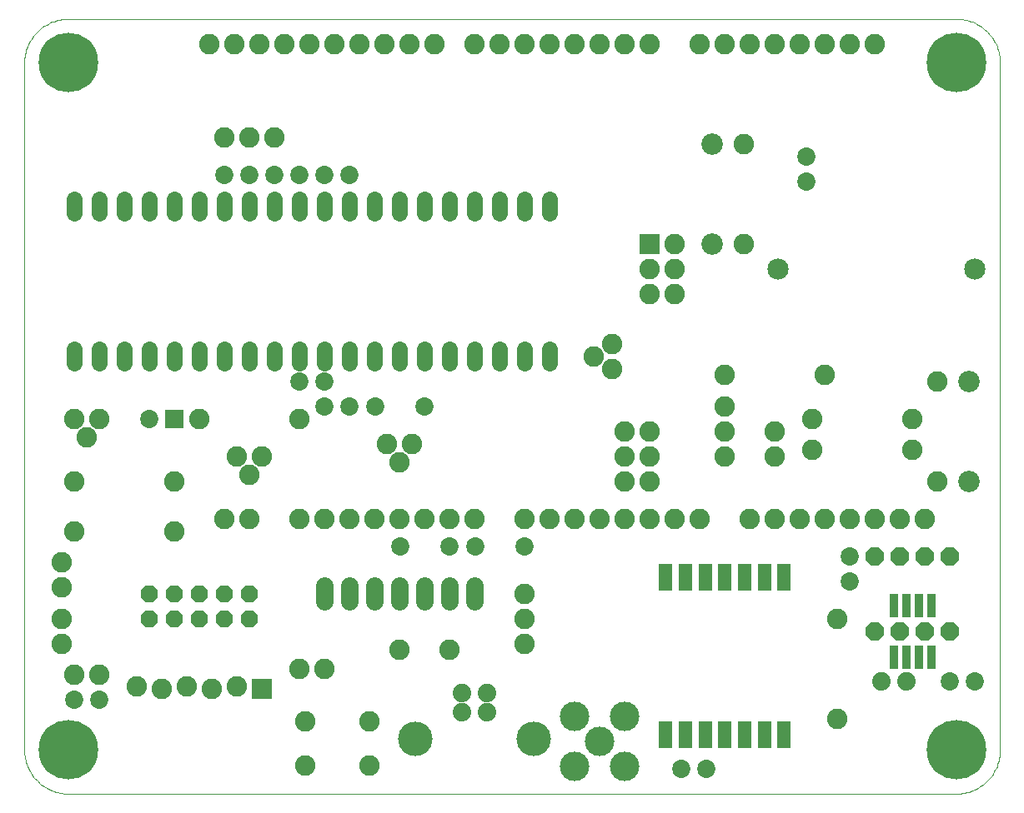
<source format=gts>
G75*
G70*
%OFA0B0*%
%FSLAX24Y24*%
%IPPOS*%
%LPD*%
%AMOC8*
5,1,8,0,0,1.08239X$1,22.5*
%
%ADD10C,0.0000*%
%ADD11C,0.0640*%
%ADD12C,0.0820*%
%ADD13C,0.0730*%
%ADD14C,0.0740*%
%ADD15C,0.1380*%
%ADD16R,0.0820X0.0820*%
%ADD17OC8,0.0710*%
%ADD18R,0.0320X0.0950*%
%ADD19C,0.0848*%
%ADD20OC8,0.0680*%
%ADD21C,0.2380*%
%ADD22R,0.0730X0.0730*%
%ADD23C,0.0714*%
%ADD24C,0.0860*%
%ADD25C,0.1180*%
%ADD26R,0.0580X0.1080*%
D10*
X002430Y001811D02*
X037930Y001811D01*
X038013Y001813D01*
X038096Y001819D01*
X038179Y001829D01*
X038261Y001843D01*
X038343Y001860D01*
X038423Y001882D01*
X038502Y001907D01*
X038580Y001936D01*
X038657Y001969D01*
X038732Y002006D01*
X038805Y002045D01*
X038876Y002089D01*
X038945Y002135D01*
X039012Y002185D01*
X039076Y002238D01*
X039138Y002294D01*
X039197Y002353D01*
X039253Y002415D01*
X039306Y002479D01*
X039356Y002546D01*
X039402Y002615D01*
X039446Y002686D01*
X039485Y002759D01*
X039522Y002834D01*
X039555Y002911D01*
X039584Y002989D01*
X039609Y003068D01*
X039631Y003148D01*
X039648Y003230D01*
X039662Y003312D01*
X039672Y003395D01*
X039678Y003478D01*
X039680Y003561D01*
X039680Y031061D01*
X039678Y031144D01*
X039672Y031227D01*
X039662Y031310D01*
X039648Y031392D01*
X039631Y031474D01*
X039609Y031554D01*
X039584Y031633D01*
X039555Y031711D01*
X039522Y031788D01*
X039485Y031863D01*
X039446Y031936D01*
X039402Y032007D01*
X039356Y032076D01*
X039306Y032143D01*
X039253Y032207D01*
X039197Y032269D01*
X039138Y032328D01*
X039076Y032384D01*
X039012Y032437D01*
X038945Y032487D01*
X038876Y032533D01*
X038805Y032577D01*
X038732Y032616D01*
X038657Y032653D01*
X038580Y032686D01*
X038502Y032715D01*
X038423Y032740D01*
X038343Y032762D01*
X038261Y032779D01*
X038179Y032793D01*
X038096Y032803D01*
X038013Y032809D01*
X037930Y032811D01*
X002430Y032811D01*
X002347Y032809D01*
X002264Y032803D01*
X002181Y032793D01*
X002099Y032779D01*
X002017Y032762D01*
X001937Y032740D01*
X001858Y032715D01*
X001780Y032686D01*
X001703Y032653D01*
X001628Y032616D01*
X001555Y032577D01*
X001484Y032533D01*
X001415Y032487D01*
X001348Y032437D01*
X001284Y032384D01*
X001222Y032328D01*
X001163Y032269D01*
X001107Y032207D01*
X001054Y032143D01*
X001004Y032076D01*
X000958Y032007D01*
X000914Y031936D01*
X000875Y031863D01*
X000838Y031788D01*
X000805Y031711D01*
X000776Y031633D01*
X000751Y031554D01*
X000729Y031474D01*
X000712Y031392D01*
X000698Y031310D01*
X000688Y031227D01*
X000682Y031144D01*
X000680Y031061D01*
X000680Y003561D01*
X000682Y003478D01*
X000688Y003395D01*
X000698Y003312D01*
X000712Y003230D01*
X000729Y003148D01*
X000751Y003068D01*
X000776Y002989D01*
X000805Y002911D01*
X000838Y002834D01*
X000875Y002759D01*
X000914Y002686D01*
X000958Y002615D01*
X001004Y002546D01*
X001054Y002479D01*
X001107Y002415D01*
X001163Y002353D01*
X001222Y002294D01*
X001284Y002238D01*
X001348Y002185D01*
X001415Y002135D01*
X001484Y002089D01*
X001555Y002045D01*
X001628Y002006D01*
X001703Y001969D01*
X001780Y001936D01*
X001858Y001907D01*
X001937Y001882D01*
X002017Y001860D01*
X002099Y001843D01*
X002181Y001829D01*
X002264Y001819D01*
X002347Y001813D01*
X002430Y001811D01*
D11*
X002680Y019031D02*
X002680Y019591D01*
X003680Y019591D02*
X003680Y019031D01*
X004680Y019031D02*
X004680Y019591D01*
X005680Y019591D02*
X005680Y019031D01*
X006680Y019031D02*
X006680Y019591D01*
X007680Y019591D02*
X007680Y019031D01*
X008680Y019031D02*
X008680Y019591D01*
X009680Y019591D02*
X009680Y019031D01*
X010680Y019031D02*
X010680Y019591D01*
X011680Y019591D02*
X011680Y019031D01*
X012680Y019031D02*
X012680Y019591D01*
X013680Y019591D02*
X013680Y019031D01*
X014680Y019031D02*
X014680Y019591D01*
X015680Y019591D02*
X015680Y019031D01*
X016680Y019031D02*
X016680Y019591D01*
X017680Y019591D02*
X017680Y019031D01*
X018680Y019031D02*
X018680Y019591D01*
X019680Y019591D02*
X019680Y019031D01*
X020680Y019031D02*
X020680Y019591D01*
X021680Y019591D02*
X021680Y019031D01*
X021680Y025031D02*
X021680Y025591D01*
X020680Y025591D02*
X020680Y025031D01*
X019680Y025031D02*
X019680Y025591D01*
X018680Y025591D02*
X018680Y025031D01*
X017680Y025031D02*
X017680Y025591D01*
X016680Y025591D02*
X016680Y025031D01*
X015680Y025031D02*
X015680Y025591D01*
X014680Y025591D02*
X014680Y025031D01*
X013680Y025031D02*
X013680Y025591D01*
X012680Y025591D02*
X012680Y025031D01*
X011680Y025031D02*
X011680Y025591D01*
X010680Y025591D02*
X010680Y025031D01*
X009680Y025031D02*
X009680Y025591D01*
X008680Y025591D02*
X008680Y025031D01*
X007680Y025031D02*
X007680Y025591D01*
X006680Y025591D02*
X006680Y025031D01*
X005680Y025031D02*
X005680Y025591D01*
X004680Y025591D02*
X004680Y025031D01*
X003680Y025031D02*
X003680Y025591D01*
X002680Y025591D02*
X002680Y025031D01*
D12*
X008680Y028061D03*
X009680Y028061D03*
X010680Y028061D03*
X011080Y031811D03*
X012080Y031811D03*
X013080Y031811D03*
X014080Y031811D03*
X015080Y031811D03*
X016080Y031811D03*
X017080Y031811D03*
X018680Y031811D03*
X019680Y031811D03*
X020680Y031811D03*
X021680Y031811D03*
X022680Y031811D03*
X023680Y031811D03*
X024680Y031811D03*
X025680Y031811D03*
X027680Y031811D03*
X028680Y031811D03*
X029680Y031811D03*
X030680Y031811D03*
X031680Y031811D03*
X032680Y031811D03*
X033680Y031811D03*
X034680Y031811D03*
X029430Y027811D03*
X029430Y023811D03*
X026680Y023811D03*
X026680Y022811D03*
X026680Y021811D03*
X025680Y021811D03*
X025680Y022811D03*
X024180Y019811D03*
X023430Y019311D03*
X024180Y018811D03*
X024680Y016311D03*
X025680Y016311D03*
X025680Y015311D03*
X024680Y015311D03*
X024680Y014311D03*
X025680Y014311D03*
X025680Y012811D03*
X024680Y012811D03*
X023680Y012811D03*
X022680Y012811D03*
X021680Y012811D03*
X020680Y012811D03*
X018680Y012811D03*
X017680Y012811D03*
X016680Y012811D03*
X015680Y012811D03*
X014680Y012811D03*
X013680Y012811D03*
X012680Y012811D03*
X011680Y012811D03*
X009680Y012811D03*
X008680Y012811D03*
X009680Y014561D03*
X009180Y015311D03*
X010180Y015311D03*
X011680Y016811D03*
X015180Y015811D03*
X015680Y015061D03*
X016180Y015811D03*
X020680Y009811D03*
X020680Y008811D03*
X020680Y007811D03*
X017680Y007561D03*
X015680Y007561D03*
X012680Y006811D03*
X011680Y006811D03*
X011900Y004701D03*
X011900Y002921D03*
X014460Y002921D03*
X014460Y004701D03*
X009180Y006111D03*
X008180Y006011D03*
X007180Y006111D03*
X006180Y006011D03*
X005180Y006111D03*
X003680Y006561D03*
X002680Y006561D03*
X002180Y007811D03*
X002180Y008811D03*
X002180Y010061D03*
X002180Y011061D03*
X002680Y012311D03*
X002680Y014311D03*
X003180Y016061D03*
X002680Y016811D03*
X003680Y016811D03*
X006680Y014311D03*
X006680Y012311D03*
X007680Y016811D03*
X008080Y031811D03*
X009080Y031811D03*
X010080Y031811D03*
X028680Y018561D03*
X028680Y017311D03*
X028680Y016311D03*
X028680Y015311D03*
X030680Y015311D03*
X030680Y016311D03*
X032180Y016811D03*
X032180Y015561D03*
X031680Y012811D03*
X032680Y012811D03*
X033680Y012811D03*
X034680Y012811D03*
X035680Y012811D03*
X036680Y012811D03*
X037180Y014311D03*
X036180Y015561D03*
X036180Y016811D03*
X037180Y018311D03*
X032680Y018561D03*
X030680Y012811D03*
X029680Y012811D03*
X027680Y012811D03*
X026680Y012811D03*
X033180Y008811D03*
X033180Y004811D03*
D13*
X037680Y006311D03*
X038680Y006311D03*
X033680Y010311D03*
X033680Y011311D03*
X027930Y002811D03*
X026930Y002811D03*
X020664Y011686D03*
X018696Y011686D03*
X017664Y011686D03*
X015696Y011686D03*
X016664Y017311D03*
X014696Y017311D03*
X013680Y017311D03*
X012680Y017311D03*
X012680Y018311D03*
X011680Y018311D03*
X005680Y016811D03*
X008680Y026561D03*
X009680Y026561D03*
X010680Y026561D03*
X011680Y026561D03*
X012680Y026561D03*
X013680Y026561D03*
X031930Y026311D03*
X031930Y027311D03*
X003680Y005561D03*
X002680Y005561D03*
D14*
X018188Y005841D03*
X018188Y005061D03*
X019172Y005061D03*
X019172Y005841D03*
X034930Y006311D03*
X035930Y006311D03*
D15*
X021050Y003991D03*
X016310Y003991D03*
D16*
X010180Y006011D03*
X025680Y023811D03*
D17*
X034680Y011311D03*
X035680Y011311D03*
X036680Y011311D03*
X037680Y011311D03*
X037680Y008311D03*
X036680Y008311D03*
X035680Y008311D03*
X034680Y008311D03*
D18*
X035430Y007281D03*
X035930Y007281D03*
X036430Y007281D03*
X036930Y007281D03*
X036930Y009341D03*
X036430Y009341D03*
X035930Y009341D03*
X035430Y009341D03*
D19*
X038680Y022811D03*
X030806Y022811D03*
D20*
X009680Y009811D03*
X008680Y009811D03*
X007680Y009811D03*
X007680Y008811D03*
X008680Y008811D03*
X009680Y008811D03*
X006680Y008811D03*
X005680Y008811D03*
X005680Y009811D03*
X006680Y009811D03*
D21*
X002430Y003561D03*
X002430Y031061D03*
X037930Y031061D03*
X037930Y003561D03*
D22*
X006680Y016811D03*
D23*
X012680Y010128D02*
X012680Y009494D01*
X013680Y009494D02*
X013680Y010128D01*
X014680Y010128D02*
X014680Y009494D01*
X015680Y009494D02*
X015680Y010128D01*
X016680Y010128D02*
X016680Y009494D01*
X017680Y009494D02*
X017680Y010128D01*
X018680Y010128D02*
X018680Y009494D01*
D24*
X028180Y023811D03*
X028180Y027811D03*
X038430Y018311D03*
X038430Y014311D03*
D25*
X024680Y004911D03*
X023680Y003911D03*
X022680Y002911D03*
X024680Y002911D03*
X022680Y004911D03*
D26*
X026318Y004162D03*
X027105Y004162D03*
X027893Y004162D03*
X028680Y004162D03*
X029467Y004162D03*
X030255Y004162D03*
X031042Y004162D03*
X031042Y010461D03*
X030255Y010461D03*
X029467Y010461D03*
X028680Y010461D03*
X027893Y010461D03*
X027105Y010461D03*
X026318Y010461D03*
M02*

</source>
